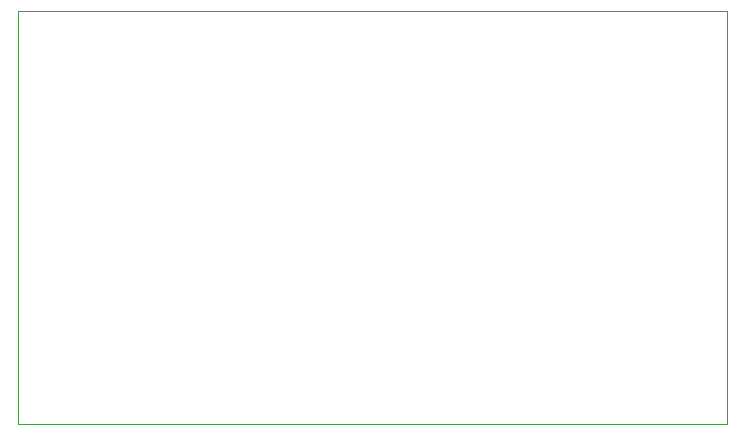
<source format=gbr>
%TF.GenerationSoftware,KiCad,Pcbnew,7.0.8-1.fc38*%
%TF.CreationDate,2023-12-28T13:03:44+02:00*%
%TF.ProjectId,MotorSpeedControl,4d6f746f-7253-4706-9565-64436f6e7472,rev?*%
%TF.SameCoordinates,Original*%
%TF.FileFunction,Profile,NP*%
%FSLAX46Y46*%
G04 Gerber Fmt 4.6, Leading zero omitted, Abs format (unit mm)*
G04 Created by KiCad (PCBNEW 7.0.8-1.fc38) date 2023-12-28 13:03:44*
%MOMM*%
%LPD*%
G01*
G04 APERTURE LIST*
%TA.AperFunction,Profile*%
%ADD10C,0.100000*%
%TD*%
G04 APERTURE END LIST*
D10*
X205000000Y-115000000D02*
X145000000Y-115000000D01*
X145000000Y-115000000D02*
X145000000Y-80000000D01*
X205000000Y-80000000D02*
X205000000Y-115000000D01*
X145000000Y-80000000D02*
X205000000Y-80000000D01*
M02*

</source>
